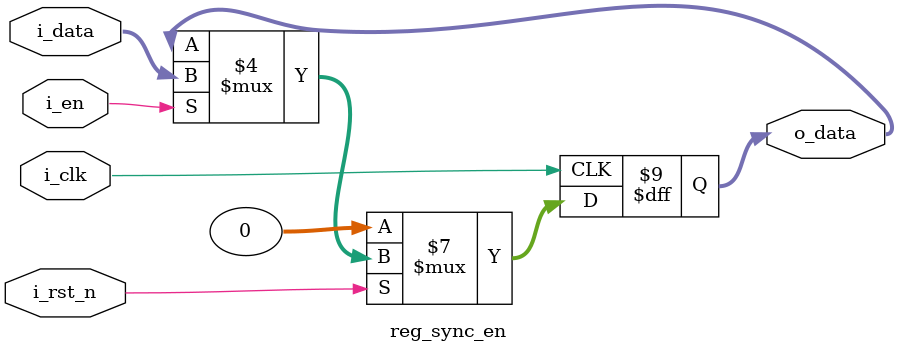
<source format=sv>
`timescale 1ns / 1ps

module reg_sync_en #(
    parameter DATA_WIDTH = 32,
    parameter RSTN_VALUE =  0
) (
    input  logic                      i_clk,
    input  logic                      i_rst_n,
    input  logic                      i_en,
    input  logic [DATA_WIDTH - 1 : 0] i_data,
    output logic [DATA_WIDTH - 1 : 0] o_data
);

    always_ff @(posedge i_clk) begin
        if (!i_rst_n) begin
            o_data <= RSTN_VALUE;
        end
        else if (i_en) begin
            o_data <= i_data;
        end
        else begin
            o_data <= o_data;
        end
    end

endmodule

</source>
